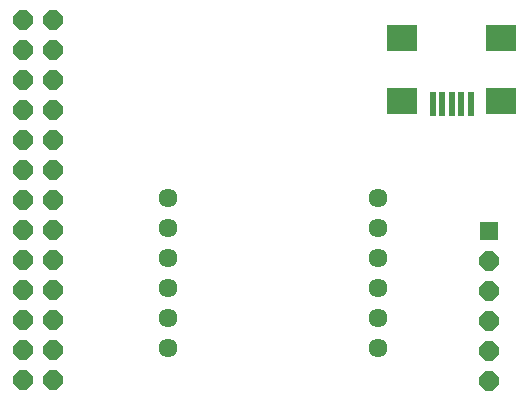
<source format=gbs>
G75*
G70*
%OFA0B0*%
%FSLAX24Y24*%
%IPPOS*%
%LPD*%
%AMOC8*
5,1,8,0,0,1.08239X$1,22.5*
%
%ADD10C,0.0634*%
%ADD11R,0.1024X0.0906*%
%ADD12R,0.0237X0.0827*%
%ADD13OC8,0.0640*%
%ADD14R,0.0640X0.0640*%
D10*
X007035Y008156D03*
X007035Y009156D03*
X007035Y010156D03*
X007035Y011156D03*
X007035Y012156D03*
X007035Y013156D03*
X014035Y013156D03*
X014035Y012156D03*
X014035Y011156D03*
X014035Y010156D03*
X014035Y009156D03*
X014035Y008156D03*
D11*
X014853Y016381D03*
X014853Y018467D03*
X018160Y018467D03*
X018160Y016381D03*
D12*
X017136Y016282D03*
X016821Y016282D03*
X016506Y016282D03*
X016191Y016282D03*
X015876Y016282D03*
D13*
X002211Y007080D03*
X002211Y008080D03*
X002211Y009080D03*
X002211Y010080D03*
X002211Y011080D03*
X002211Y012080D03*
X002211Y013080D03*
X002211Y014080D03*
X002211Y015080D03*
X002211Y016080D03*
X002211Y017080D03*
X002211Y018080D03*
X002211Y019080D03*
X003211Y019080D03*
X003211Y018080D03*
X003211Y017080D03*
X003211Y016080D03*
X003211Y015080D03*
X003211Y014080D03*
X003211Y013080D03*
X003211Y012080D03*
X003211Y011080D03*
X003211Y010080D03*
X003211Y009080D03*
X003211Y008080D03*
X003211Y007080D03*
X017760Y007040D03*
X017760Y008040D03*
X017760Y009040D03*
X017760Y010040D03*
X017760Y011040D03*
D14*
X017760Y012040D03*
M02*

</source>
